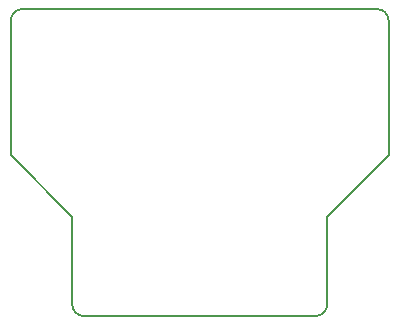
<source format=gm1>
G04*
G04 #@! TF.GenerationSoftware,Altium Limited,Altium Designer,18.0.12 (696)*
G04*
G04 Layer_Color=16711935*
%FSLAX44Y44*%
%MOMM*%
G71*
G01*
G75*
%ADD10C,0.2000*%
D10*
X320000Y250000D02*
G03*
X310000Y260000I-10000J0D01*
G01*
X10000D02*
G03*
X0Y250000I0J-10000D01*
G01*
X52000Y10000D02*
G03*
X62000Y0I10000J0D01*
G01*
X258000D02*
G03*
X268000Y10000I0J10000D01*
G01*
X10000Y260000D02*
X310000Y260000D01*
X0Y136000D02*
Y250000D01*
X320000Y136000D02*
Y250000D01*
X62000Y-0D02*
X258000Y0D01*
X52000Y10000D02*
Y84000D01*
X0Y136000D02*
X52000Y84000D01*
X268000D02*
X320000Y136000D01*
X268000Y10000D02*
Y84000D01*
M02*

</source>
